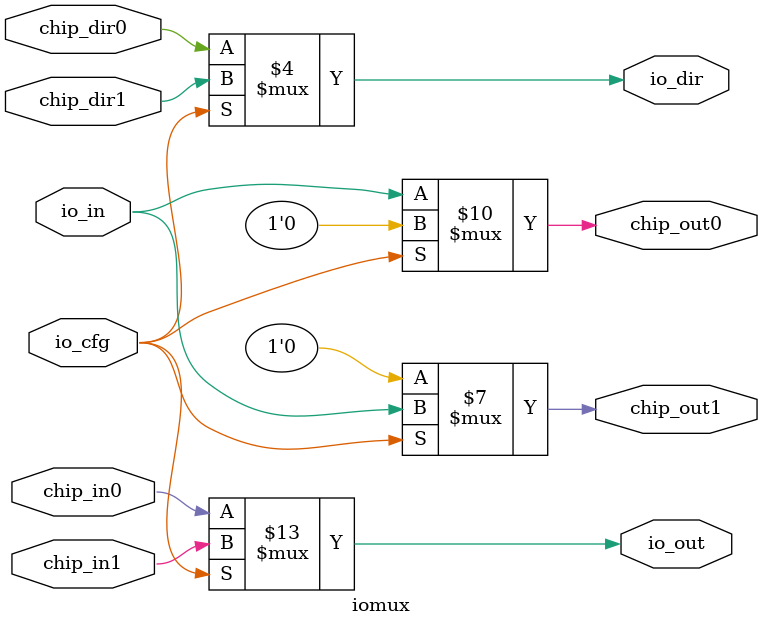
<source format=sv>
module iomux
(
//chip side
    input  logic chip_in0,
    input  logic chip_in1,

    output logic chip_out0,
    output logic chip_out1,

    input  logic chip_dir0,
    input  logic chip_dir1,

    input  logic io_cfg,
//io side
    output logic io_out,
    input  logic io_in,
    output logic io_dir 
);

  always_comb
  begin
    if (io_cfg == 1'b0)
      begin
        io_out    = chip_in0;
        chip_out0 = io_in;
        chip_out1 = 1'b0;
        io_dir    = chip_dir0;
      end
    else
      begin
        io_out    = chip_in1;
        chip_out1 = io_in;
        chip_out0 = 1'b0;
        io_dir    = chip_dir1;
      end
  end

endmodule


</source>
